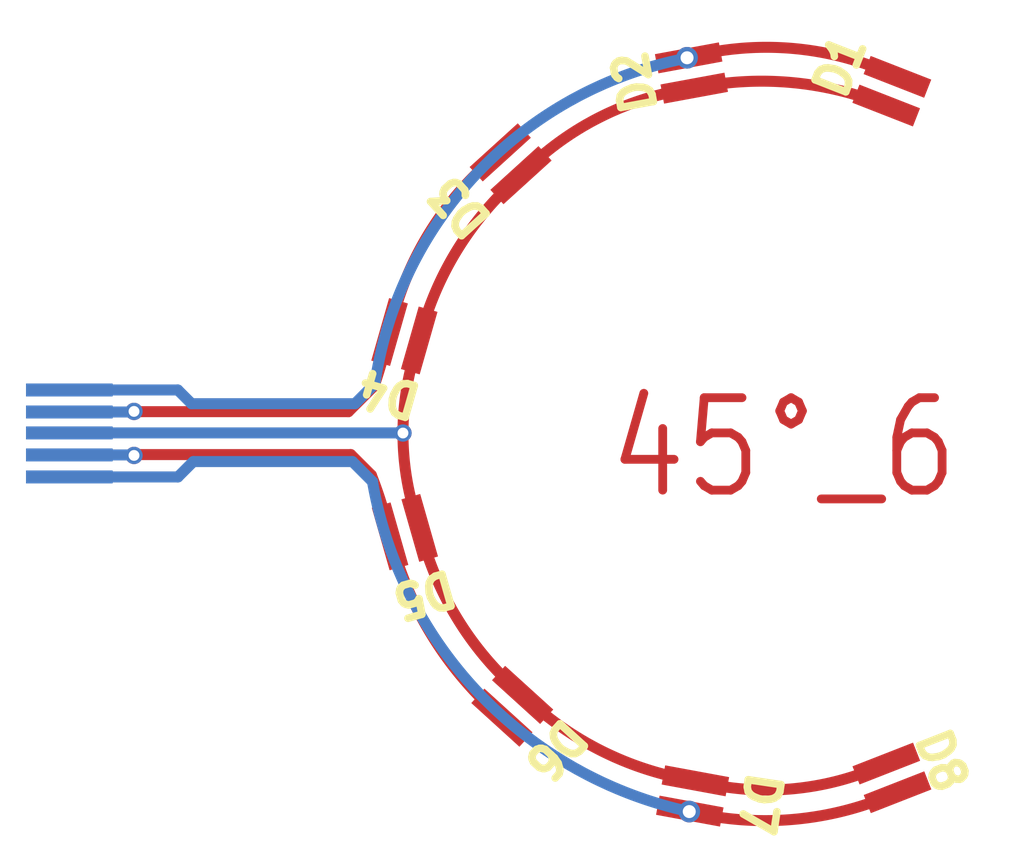
<source format=kicad_pcb>
(kicad_pcb (version 20240108) (generator "pcbnew") (generator_version "8.0")
  (layers (0 "F.Cu" signal "Top Layer") (31 "B.Cu" signal "Bottom Layer") (34 "B.Paste" user "Bottom Paste Mask Layer") (35 "F.Paste" user "Top Paste Mask Layer") (36 "B.SilkS" user "Bottom Silkscreen Layer") (37 "F.SilkS" user "Top Silkscreen Layer") (38 "B.Mask" user "Bottom Solder Mask Layer") (39 "F.Mask" user "Top Solder Mask Layer") (44 "Edge.Cuts" user "Multi-Layer"))
  (net 0 "")
  (net 1 "$1N2857")
  (net 2 "CPO")
  (net 3 "$1N2869")
  (net 4 "$1N2896")
  (net 5 "$1N2904")
  (footprint "LED_ring:LXZ1-PB01" (layer "F.Cu") (at 152.583 110.015 -132.2703)
    (property "Reference" "D6" (at -0.720679 -0.957121 -132.27) (layer "F.SilkS") (effects (font (size 0.762 0.6985) (thickness 0.174625)) (justify left bottom)))
    (property "Value" "")
    (pad "A" smd rect (at -0.3555 0.0255 227.7297) (size 0.45 1.5) (layers "F.Cu" "F.Paste" "F.Mask") (net 2 "CPO"))
    (pad "C" smd rect (at 0.3555 0.0255 227.7297) (size 0.45 1.5) (layers "F.Cu" "F.Paste" "F.Mask") (net 3 "$1N2869"))
  )
  (footprint "LED_ring:Pad_e4285" (layer "F.Cu") (at 142.3465 104.704 90)
    (property "Reference" "" (at 0 0 90) (layer "F.SilkS") (effects (font (size 1.27 1.27))))
    (property "Value" "")
    (pad "1" smd rect (at 0 0 90) (size 0.3 2) (layers "B.Cu" "B.Paste" "B.Mask") (net 1 "$1N2857"))
  )
  (footprint "LED_ring:Pad_e4286" (layer "F.Cu") (at 142.3465 103.688 90)
    (property "Reference" "" (at 0 0 90) (layer "F.SilkS") (effects (font (size 1.27 1.27))))
    (property "Value" "")
    (pad "1" smd rect (at 0 0 90) (size 0.3 2) (layers "B.Cu" "B.Paste" "B.Mask") (net 2 "CPO"))
  )
  (footprint "LED_ring:Pad_e4289" (layer "F.Cu") (at 142.3465 103.205 90)
    (property "Reference" "" (at 0 0 90) (layer "F.SilkS") (effects (font (size 1.27 1.27))))
    (property "Value" "")
    (pad "1" smd rect (at 0 0 90) (size 0.3 2) (layers "B.Cu" "B.Paste" "B.Mask") (net 4 "$1N2896"))
  )
  (footprint "LED_ring:Pad_e4288" (layer "F.Cu") (at 142.3465 102.697 90)
    (property "Reference" "" (at 0 0 90) (layer "F.SilkS") (effects (font (size 1.27 1.27))))
    (property "Value" "")
    (pad "1" smd rect (at 0 0 90) (size 0.3 2) (layers "B.Cu" "B.Paste" "B.Mask") (net 5 "$1N2904"))
  )
  (footprint "LED_ring:LXZ1-PB01" (layer "F.Cu") (at 156.749 112.0725 -100.4505)
    (property "Reference" "D7" (at -0.878425 -1.057711 -98.45) (layer "F.SilkS") (effects (font (size 0.762 0.6985) (thickness 0.174625)) (justify left bottom)))
    (property "Value" "")
    (pad "A" smd rect (at -0.3555 0.0255 259.5495) (size 0.45 1.5) (layers "F.Cu" "F.Paste" "F.Mask") (net 2 "CPO"))
    (pad "C" smd rect (at 0.3555 0.0255 259.5495) (size 0.45 1.5) (layers "F.Cu" "F.Paste" "F.Mask") (net 1 "$1N2857"))
  )
  (footprint "LED_ring:LXZ1-PB01" (layer "F.Cu") (at 156.6725 95.385 100.4505)
    (property "Reference" "D2" (at -0.768064 -0.855507 100.45) (layer "F.SilkS") (effects (font (size 0.762 0.6985) (thickness 0.174625)) (justify left bottom)))
    (property "Value" "")
    (pad "A" smd rect (at -0.3555 0.0255 100.4505) (size 0.45 1.5) (layers "F.Cu" "F.Paste" "F.Mask") (net 2 "CPO"))
    (pad "C" smd rect (at 0.3555 0.0255 100.4505) (size 0.45 1.5) (layers "F.Cu" "F.Paste" "F.Mask") (net 5 "$1N2904"))
  )
  (footprint "LED_ring:LXZ1-PB01" (layer "F.Cu") (at 150.094 106.002 -164.0901)
    (property "Reference" "D5" (at -0.836965 -1.041842 -164.09) (layer "F.SilkS") (effects (font (size 0.762 0.6985) (thickness 0.174625)) (justify left bottom)))
    (property "Value" "")
    (pad "A" smd rect (at -0.3555 0.0255 195.9099) (size 0.45 1.5) (layers "F.Cu" "F.Paste" "F.Mask") (net 2 "CPO"))
    (pad "C" smd rect (at 0.3555 0.0255 195.9099) (size 0.45 1.5) (layers "F.Cu" "F.Paste" "F.Mask") (net 3 "$1N2869"))
  )
  (footprint "LED_ring:LXZ1-PB01" (layer "F.Cu") (at 161.2955 95.791 68.63)
    (property "Reference" "D1" (at -0.681204 -0.854532 68.6293) (layer "F.SilkS") (effects (font (size 0.762 0.6985) (thickness 0.174625)) (justify left bottom)))
    (property "Value" "")
    (pad "A" smd rect (at -0.3555 0.0255 68.63) (size 0.45 1.5) (layers "F.Cu" "F.Paste" "F.Mask") (net 2 "CPO"))
    (pad "C" smd rect (at 0.3555 0.0255 68.63) (size 0.45 1.5) (layers "F.Cu" "F.Paste" "F.Mask") (net 5 "$1N2904"))
  )
  (footprint "LED_ring:LXZ1-PB01" (layer "F.Cu") (at 152.507 97.493 132.2703)
    (property "Reference" "D3" (at -0.749017 -1.062611 132.27) (layer "F.SilkS") (effects (font (size 0.762 0.6985) (thickness 0.174625)) (justify left bottom)))
    (property "Value" "")
    (pad "A" smd rect (at -0.3555 0.0255 132.2703) (size 0.45 1.5) (layers "F.Cu" "F.Paste" "F.Mask") (net 2 "CPO"))
    (pad "C" smd rect (at 0.3555 0.0255 132.2703) (size 0.45 1.5) (layers "F.Cu" "F.Paste" "F.Mask") (net 4 "$1N2896"))
  )
  (footprint "LED_ring:LXZ1-PB01" (layer "F.Cu") (at 150.0685 101.481 164.0901)
    (property "Reference" "D4" (at -0.812409 -0.903924 164.09) (layer "F.SilkS") (effects (font (size 0.762 0.6985) (thickness 0.174625)) (justify left bottom)))
    (property "Value" "")
    (pad "A" smd rect (at -0.3555 0.0255 164.0901) (size 0.45 1.5) (layers "F.Cu" "F.Paste" "F.Mask") (net 2 "CPO"))
    (pad "C" smd rect (at 0.3555 0.0255 164.0901) (size 0.45 1.5) (layers "F.Cu" "F.Paste" "F.Mask") (net 4 "$1N2896"))
  )
  (footprint "LED_ring:LXZ1-PB01" (layer "F.Cu") (at 161.346 111.641 -68.6307)
    (property "Reference" "D8" (at -0.745659 -0.735786 -68.63) (layer "F.SilkS") (effects (font (size 0.762 0.6985) (thickness 0.174625)) (justify left bottom)))
    (property "Value" "")
    (pad "A" smd rect (at -0.3555 0.0255 291.3693) (size 0.45 1.5) (layers "F.Cu" "F.Paste" "F.Mask") (net 2 "CPO"))
    (pad "C" smd rect (at 0.355499 0.0255 291.3693) (size 0.45 1.5) (layers "F.Cu" "F.Paste" "F.Mask") (net 1 "$1N2857"))
  )
  (footprint "LED_ring:Pad_e4287" (layer "F.Cu") (at 142.3465 104.196 90)
    (property "Reference" "" (at 0 0 90) (layer "F.SilkS") (effects (font (size 1.27 1.27))))
    (property "Value" "")
    (pad "1" smd rect (at 0 0 90) (size 0.3 2) (layers "B.Cu" "B.Paste" "B.Mask") (net 3 "$1N2869"))
  )
  (gr_arc (start 149.3135 104.6625) (mid 149.557183 105.36022) (end 149.745 106.075) (stroke (width 0.254)) (layer "F.Cu") (net 3))
  (gr_arc (start 149.7335 101.359) (mid 149.57749 101.960497) (end 149.395 102.5545) (stroke (width 0.254)) (layer "F.Cu") (net 4))
  (gr_arc (start 149.7335 101.359) (mid 150.653364 99.066379) (end 152.2865 97.213) (stroke (width 0.254)) (layer "F.Cu") (net 4))
  (gr_arc (start 161.452 111.981) (mid 159.086768 112.605073) (end 156.647 112.428) (stroke (width 0.254)) (layer "F.Cu") (net 1))
  (gr_arc (start 150.4175 101.554) (mid 151.29415 99.463686) (end 152.765 97.739) (stroke (width 0.254)) (layer "F.Cu") (net 2))
  (gr_arc (start 156.762 95.73) (mid 159.005701 95.600427) (end 161.1895 96.1315) (stroke (width 0.254)) (layer "F.Cu") (net 2))
  (gr_arc (start 150.429 105.88) (mid 150.043156 103.718002) (end 150.4175 101.554) (stroke (width 0.254)) (layer "F.Cu") (net 2))
  (gr_arc (start 152.8035 109.735) (mid 151.310323 107.995936) (end 150.429 105.88) (stroke (width 0.254)) (layer "F.Cu") (net 2))
  (gr_arc (start 152.765 97.739) (mid 154.59383 96.396916) (end 156.762 95.73) (stroke (width 0.254)) (layer "F.Cu") (net 2))
  (gr_arc (start 152.325 110.2615) (mid 150.713362 108.366428) (end 149.745 106.075) (stroke (width 0.254)) (layer "F.Cu") (net 3))
  (gr_arc (start 156.7885 111.7185) (mid 154.641935 111.036279) (end 152.8035 109.735) (stroke (width 0.254)) (layer "F.Cu") (net 2))
  (gr_arc (start 156.5965 95.029) (mid 159.061844 94.816133) (end 161.4485 95.4695) (stroke (width 0.254)) (layer "F.Cu") (net 5))
  (gr_arc (start 161.193 111.319) (mid 159.02562 111.903279) (end 156.7885 111.7185) (stroke (width 0.254)) (layer "F.Cu") (net 2))
  (gr_arc (start 156.647 112.428) (mid 151.830993 109.735696) (end 149.34 104.8125) (stroke (width 0.254)) (layer "B.Cu") (net 1))
  (gr_arc (start 149.395 102.5545) (mid 151.809498 97.633857) (end 156.633 95.0305) (stroke (width 0.254)) (layer "B.Cu") (net 5))
  (gr_text "45°_6" (at 154.6815 105.28 720) (layer "F.Cu") (effects (font (size 2.1335 1.829) (thickness 0.203)) (justify left bottom)))
  (via (at 156.647 112.428) (size 0.5) (drill 0.3) (layers "F.Cu" "B.Cu") (net 1))
  (segment (start 144.8525 104.704) (end 142.3465 104.704) (width 0.254) (layer "B.Cu") (net 1))
  (segment (start 142.339 104.7115) (end 142.3465 104.704) (width 0.254) (layer "B.Cu") (net 1))
  (segment (start 145.207 104.349) (end 144.8525 104.704) (width 0.254) (layer "B.Cu") (net 1))
  (segment (start 148.877 104.349) (end 145.207 104.349) (width 0.254) (layer "B.Cu") (net 1))
  (segment (start 149.34 104.8125) (end 148.877 104.349) (width 0.254) (layer "B.Cu") (net 1))
  (via (at 150.043 103.6905) (size 0.4) (drill 0.25) (layers "F.Cu" "B.Cu") (net 2))
  (segment (start 150.043 103.6905) (end 150.0405 103.688) (width 0.254) (layer "B.Cu") (net 2))
  (segment (start 150.0405 103.688) (end 142.3465 103.688) (width 0.254) (layer "B.Cu") (net 2))
  (segment (start 148.839 104.188) (end 143.8575 104.188) (width 0.254) (layer "F.Cu") (net 3))
  (segment (start 143.8575 104.188) (end 143.8385 104.2075) (width 0.254) (layer "F.Cu") (net 3))
  (segment (start 149.3135 104.6625) (end 148.839 104.188) (width 0.254) (layer "F.Cu") (net 3))
  (via (at 143.8385 104.2075) (size 0.4) (drill 0.25) (layers "F.Cu" "B.Cu") (net 3))
  (segment (start 142.3465 104.196) (end 143.827 104.196) (width 0.254) (layer "B.Cu") (net 3))
  (segment (start 143.827 104.196) (end 143.8385 104.2075) (width 0.254) (layer "B.Cu") (net 3))
  (segment (start 143.845 103.1975) (end 143.8385 103.1915) (width 0.254) (layer "F.Cu") (net 4))
  (segment (start 149.376 102.605) (end 148.7835 103.1975) (width 0.254) (layer "F.Cu") (net 4))
  (segment (start 148.7835 103.1975) (end 143.845 103.1975) (width 0.254) (layer "F.Cu") (net 4))
  (via (at 143.8385 103.1915) (size 0.4) (drill 0.25) (layers "F.Cu" "B.Cu") (net 4))
  (segment (start 143.8245 103.205) (end 142.3465 103.205) (width 0.254) (layer "B.Cu") (net 4))
  (segment (start 143.8385 103.1915) (end 143.8245 103.205) (width 0.254) (layer "B.Cu") (net 4))
  (via (at 156.5965 95.029) (size 0.5) (drill 0.3) (layers "F.Cu" "B.Cu") (net 5))
  (segment (start 148.936 103.0135) (end 145.166 103.0135) (width 0.254) (layer "B.Cu") (net 5))
  (segment (start 149.395 102.5545) (end 148.936 103.0135) (width 0.254) (layer "B.Cu") (net 5))
  (segment (start 145.166 103.0135) (end 144.8495 102.697) (width 0.254) (layer "B.Cu") (net 5))
  (segment (start 144.8495 102.697) (end 142.3465 102.697) (width 0.254) (layer "B.Cu") (net 5))
)
</source>
